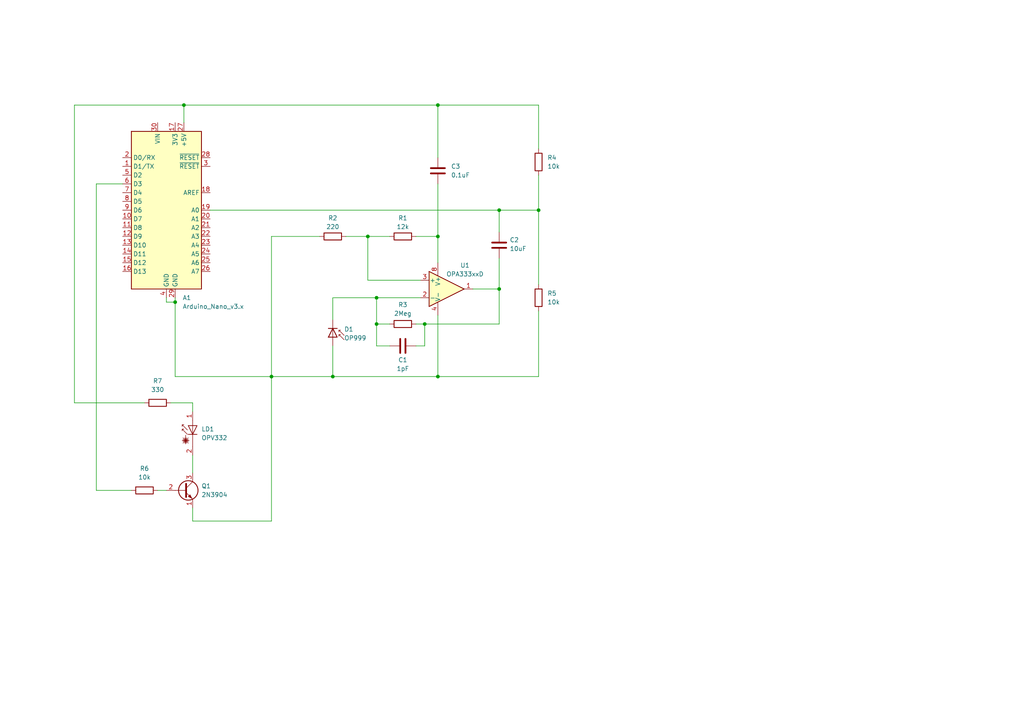
<source format=kicad_sch>
(kicad_sch (version 20250114) (generator "eeschema") (generator_version "9.0")
  (paper "A4")
  (lib_symbols
    (symbol "Amplifier_Operational:OPA333xxD" (pin_names (offset 0.127))
      (property "Reference" "U1" (at 5.334 6.858 0))
      (property "Value" "OPA333xxD" (at 5.334 4.318 0))
      (symbol "OPA333xxD_0_1"
        (polyline (pts (xy -5.08 5.08) (xy 5.08 0) (xy -5.08 -5.08) (xy -5.08 5.08)) (stroke (width 0.254)) (fill (type background)))
      )
      (symbol "OPA333xxD_1_1"
        (pin input line (at -7.62 2.54 0) (length 2.54) (name "+") (number "3"))
        (pin input line (at -7.62 -2.54 0) (length 2.54) (name "-") (number "2"))
        (pin power_in line (at -2.54 7.62 270) (length 3.81) (name "V+") (number "8"))
        (pin no_connect line (at -2.54 2.54 270) (length 2.54) (hide yes) (name "NC") (number "1"))
        (pin power_in line (at -2.54 -7.62 90) (length 3.81) (name "V-") (number "4"))
        (pin no_connect line (at 0 2.54 270) (length 2.54) (hide yes) (name "NC") (number "5"))
        (pin no_connect line (at 0 -2.54 90) (length 2.54) (hide yes) (name "NC") (number "8"))
        (pin output line (at 7.62 0 180) (length 2.54) (name "~") (number "1"))
      )
    )
    (symbol "Device:C" (pin_numbers (hide yes)) (pin_names (offset 0.254))
      (property "Reference" "C" (at 0.635 2.54 0))
      (property "Value" "C" (at 0.635 -2.54 0))
      (symbol "C_0_1"
        (polyline (pts (xy -2.032 0.762) (xy 2.032 0.762)) (stroke (width 0.508)))
        (polyline (pts (xy -2.032 -0.762) (xy 2.032 -0.762)) (stroke (width 0.508)))
      )
      (symbol "C_1_1"
        (pin passive line (at 0 3.81 270) (length 2.794) (name "~") (number "1"))
        (pin passive line (at 0 -3.81 90) (length 2.794) (name "~") (number "2"))
      )
    )
    (symbol "Device:D_Laser_1C2A" (pin_names (offset 1.016) (hide yes))
      (property "Reference" "LD1" (at -1.27 -6.35 0))
      (property "Value" "D_Laser_1C2A" (at -1.27 -3.81 0))
      (symbol "D_Laser_1C2A_0_1"
        (polyline (pts (xy -4.064 2.794) (xy -2.54 1.27)))
        (polyline (pts (xy -4.064 2.286) (xy -2.54 1.778)))
        (polyline (pts (xy -4.064 1.778) (xy -2.54 2.286)))
        (polyline (pts (xy -4.064 1.27) (xy -2.54 2.794)))
        (polyline (pts (xy -3.556 2.794) (xy -3.048 1.27)))
        (polyline (pts (xy -3.302 2.032) (xy -3.302 3.048)))
        (polyline (pts (xy -3.302 2.032) (xy -3.302 1.016)))
        (polyline (pts (xy -3.048 2.794) (xy -3.556 1.27)))
        (polyline (pts (xy -1.778 2.032) (xy -4.318 2.032)))
        (polyline (pts (xy -1.524 1.524) (xy 0 3.048) (xy 0 2.54) (xy 0 3.048) (xy -0.508 3.048)))
        (polyline (pts (xy -1.524 1.27) (xy -1.524 -1.27)) (stroke (width 0.2032)))
        (polyline (pts (xy -0.254 1.524) (xy 1.27 3.048) (xy 1.27 2.54)))
        (polyline (pts (xy 1.016 1.27) (xy 1.016 -1.27) (xy -1.524 0) (xy 1.016 1.27)) (stroke (width 0.2032)))
        (polyline (pts (xy 1.27 3.048) (xy 0.762 3.048)))
        (polyline (pts (xy 2.54 0) (xy -5.08 0)))
      )
      (symbol "D_Laser_1C2A_1_1"
        (pin passive line (at -7.62 0 0) (length 2.54) (name "K") (number "2"))
        (pin passive line (at 5.08 0 180) (length 2.54) (name "A") (number "1"))
      )
    )
    (symbol "Device:D_Photo" (pin_numbers (hide yes)) (pin_names (hide yes))
      (property "Reference" "D" (at 0.508 1.778 0))
      (property "Value" "D_Photo" (at -1.016 -2.794 0))
      (symbol "D_Photo_0_1"
        (polyline (pts (xy -2.54 1.27) (xy -2.54 -1.27)) (stroke (width 0.254)))
        (polyline (pts (xy -2.032 1.778) (xy -1.524 1.778)))
        (polyline (pts (xy -0.508 3.302) (xy -2.032 1.778) (xy -2.032 2.286)))
        (polyline (pts (xy 0 0) (xy -2.54 0)))
        (polyline (pts (xy 0 -1.27) (xy 0 1.27) (xy -2.54 0) (xy 0 -1.27)) (stroke (width 0.254)))
        (polyline (pts (xy 0.762 3.302) (xy -0.762 1.778) (xy -0.762 2.286) (xy -0.762 1.778) (xy -0.254 1.778)))
      )
      (symbol "D_Photo_1_1"
        (pin passive line (at -5.08 0 0) (length 2.54) (name "K") (number "1"))
        (pin passive line (at 2.54 0 180) (length 2.54) (name "A") (number "2"))
      )
    )
    (symbol "Device:R" (pin_numbers (hide yes)) (pin_names (offset 0))
      (property "Reference" "R" (at 2.032 0 90))
      (property "Value" "R" (at 0 0 90))
      (symbol "R_0_1"
        (rectangle (start -1.016 -2.54) (end 1.016 2.54) (stroke (width 0.254)))
      )
      (symbol "R_1_1"
        (pin passive line (at 0 3.81 270) (length 1.27) (name "~") (number "1"))
        (pin passive line (at 0 -3.81 90) (length 1.27) (name "~") (number "2"))
      )
    )
    (symbol "MCU_Module:Arduino_Nano_v3.x"
      (property "Reference" "A" (at -10.16 23.495 0))
      (property "Value" "Arduino_Nano_v3.x" (at 5.08 -24.13 0))
      (symbol "Arduino_Nano_v3.x_0_1"
        (rectangle (start -10.16 22.86) (end 10.16 -22.86) (stroke (width 0.254)) (fill (type background)))
      )
      (symbol "Arduino_Nano_v3.x_1_1"
        (pin bidirectional line (at -12.7 15.24 0) (length 2.54) (name "D0/RX") (number "2"))
        (pin bidirectional line (at -12.7 12.7 0) (length 2.54) (name "D1/TX") (number "1"))
        (pin bidirectional line (at -12.7 10.16 0) (length 2.54) (name "D2") (number "5"))
        (pin bidirectional line (at -12.7 7.62 0) (length 2.54) (name "D3") (number "6"))
        (pin bidirectional line (at -12.7 5.08 0) (length 2.54) (name "D4") (number "7"))
        (pin bidirectional line (at -12.7 2.54 0) (length 2.54) (name "D5") (number "8"))
        (pin bidirectional line (at -12.7 0 0) (length 2.54) (name "D6") (number "9"))
        (pin bidirectional line (at -12.7 -2.54 0) (length 2.54) (name "D7") (number "10"))
        (pin bidirectional line (at -12.7 -5.08 0) (length 2.54) (name "D8") (number "11"))
        (pin bidirectional line (at -12.7 -7.62 0) (length 2.54) (name "D9") (number "12"))
        (pin bidirectional line (at -12.7 -10.16 0) (length 2.54) (name "D10") (number "13"))
        (pin bidirectional line (at -12.7 -12.7 0) (length 2.54) (name "D11") (number "14"))
        (pin bidirectional line (at -12.7 -15.24 0) (length 2.54) (name "D12") (number "15"))
        (pin bidirectional line (at -12.7 -17.78 0) (length 2.54) (name "D13") (number "16"))
        (pin power_in line (at -2.54 25.4 270) (length 2.54) (name "VIN") (number "30"))
        (pin power_in line (at 0 -25.4 90) (length 2.54) (name "GND") (number "4"))
        (pin power_out line (at 2.54 25.4 270) (length 2.54) (name "3V3") (number "17"))
        (pin power_in line (at 2.54 -25.4 90) (length 2.54) (name "GND") (number "29"))
        (pin power_out line (at 5.08 25.4 270) (length 2.54) (name "+5V") (number "27"))
        (pin input line (at 12.7 15.24 180) (length 2.54) (name "~{RESET}") (number "28"))
        (pin input line (at 12.7 12.7 180) (length 2.54) (name "~{RESET}") (number "3"))
        (pin input line (at 12.7 5.08 180) (length 2.54) (name "AREF") (number "18"))
        (pin bidirectional line (at 12.7 0 180) (length 2.54) (name "A0") (number "19"))
        (pin bidirectional line (at 12.7 -2.54 180) (length 2.54) (name "A1") (number "20"))
        (pin bidirectional line (at 12.7 -5.08 180) (length 2.54) (name "A2") (number "21"))
        (pin bidirectional line (at 12.7 -7.62 180) (length 2.54) (name "A3") (number "22"))
        (pin bidirectional line (at 12.7 -10.16 180) (length 2.54) (name "A4") (number "23"))
        (pin bidirectional line (at 12.7 -12.7 180) (length 2.54) (name "A5") (number "24"))
        (pin bidirectional line (at 12.7 -15.24 180) (length 2.54) (name "A6") (number "25"))
        (pin bidirectional line (at 12.7 -17.78 180) (length 2.54) (name "A7") (number "26"))
      )
    )
    (symbol "Transistor_BJT:2N3904" (pin_names (offset 0) (hide yes))
      (property "Reference" "Q" (at 5.08 1.905 0))
      (property "Value" "2N3904" (at 5.08 0 0))
      (symbol "2N3904_0_1"
        (polyline (pts (xy -2.54 0) (xy 0.635 0)))
        (polyline (pts (xy 0.635 1.905) (xy 0.635 -1.905)) (stroke (width 0.508)))
        (circle (center 1.27 0) (radius 2.8194) (stroke (width 0.254)))
      )
      (symbol "2N3904_1_1"
        (polyline (pts (xy 0.635 0.635) (xy 2.54 2.54)))
        (polyline (pts (xy 0.635 -0.635) (xy 2.54 -2.54)))
        (polyline (pts (xy 1.27 -1.778) (xy 1.778 -1.27) (xy 2.286 -2.286) (xy 1.27 -1.778)) (fill (type outline)))
        (pin input line (at -5.08 0 0) (length 2.54) (name "B") (number "2"))
        (pin passive line (at 2.54 5.08 270) (length 2.54) (name "C") (number "3"))
        (pin passive line (at 2.54 -5.08 90) (length 2.54) (name "E") (number "1"))
      )
    )
  )
  (junction (at 109.22 93.98))
  (junction (at 127 109.22))
  (junction (at 53.34 30.48))
  (junction (at 96.52 109.22))
  (junction (at 156.21 60.96))
  (junction (at 123.19 93.98))
  (junction (at 144.78 83.82))
  (junction (at 109.22 86.36))
  (junction (at 106.68 68.58))
  (junction (at 144.78 60.96))
  (junction (at 78.74 109.22))
  (junction (at 127 68.58))
  (junction (at 127 30.48))
  (junction (at 50.8 87.63))
  (wire (pts (xy 123.19 93.98) (xy 144.78 93.98)))
  (wire (pts (xy 120.65 93.98) (xy 123.19 93.98)))
  (wire (pts (xy 48.26 87.63) (xy 50.8 87.63)))
  (wire (pts (xy 55.88 151.13) (xy 78.74 151.13)))
  (wire (pts (xy 127 91.44) (xy 127 109.22)))
  (wire (pts (xy 50.8 109.22) (xy 78.74 109.22)))
  (wire (pts (xy 49.53 116.84) (xy 55.88 116.84)))
  (wire (pts (xy 78.74 68.58) (xy 92.71 68.58)))
  (wire (pts (xy 48.26 86.36) (xy 48.26 87.63)))
  (wire (pts (xy 50.8 87.63) (xy 50.8 109.22)))
  (wire (pts (xy 109.22 86.36) (xy 109.22 93.98)))
  (wire (pts (xy 123.19 100.33) (xy 123.19 93.98)))
  (wire (pts (xy 96.52 86.36) (xy 109.22 86.36)))
  (wire (pts (xy 106.68 68.58) (xy 113.03 68.58)))
  (wire (pts (xy 106.68 68.58) (xy 106.68 81.28)))
  (wire (pts (xy 156.21 30.48) (xy 156.21 43.18)))
  (wire (pts (xy 53.34 30.48) (xy 21.59 30.48)))
  (wire (pts (xy 55.88 132.08) (xy 55.88 137.16)))
  (wire (pts (xy 156.21 50.8) (xy 156.21 60.96)))
  (wire (pts (xy 144.78 74.93) (xy 144.78 83.82)))
  (wire (pts (xy 53.34 35.56) (xy 53.34 30.48)))
  (wire (pts (xy 60.96 60.96) (xy 144.78 60.96)))
  (wire (pts (xy 96.52 100.33) (xy 96.52 109.22)))
  (wire (pts (xy 109.22 93.98) (xy 113.03 93.98)))
  (wire (pts (xy 156.21 109.22) (xy 127 109.22)))
  (wire (pts (xy 120.65 68.58) (xy 127 68.58)))
  (wire (pts (xy 120.65 100.33) (xy 123.19 100.33)))
  (wire (pts (xy 156.21 90.17) (xy 156.21 109.22)))
  (wire (pts (xy 78.74 151.13) (xy 78.74 109.22)))
  (wire (pts (xy 109.22 100.33) (xy 109.22 93.98)))
  (wire (pts (xy 156.21 60.96) (xy 156.21 82.55)))
  (wire (pts (xy 55.88 147.32) (xy 55.88 151.13)))
  (wire (pts (xy 109.22 86.36) (xy 121.92 86.36)))
  (wire (pts (xy 137.16 83.82) (xy 144.78 83.82)))
  (wire (pts (xy 78.74 109.22) (xy 96.52 109.22)))
  (wire (pts (xy 21.59 116.84) (xy 41.91 116.84)))
  (wire (pts (xy 45.72 142.24) (xy 48.26 142.24)))
  (wire (pts (xy 21.59 30.48) (xy 21.59 116.84)))
  (wire (pts (xy 35.56 53.34) (xy 27.94 53.34)))
  (wire (pts (xy 144.78 60.96) (xy 156.21 60.96)))
  (wire (pts (xy 96.52 86.36) (xy 96.52 92.71)))
  (wire (pts (xy 55.88 116.84) (xy 55.88 119.38)))
  (wire (pts (xy 27.94 53.34) (xy 27.94 142.24)))
  (wire (pts (xy 127 30.48) (xy 127 45.72)))
  (wire (pts (xy 78.74 68.58) (xy 78.74 109.22)))
  (wire (pts (xy 106.68 81.28) (xy 121.92 81.28)))
  (wire (pts (xy 144.78 83.82) (xy 144.78 93.98)))
  (wire (pts (xy 127 53.34) (xy 127 68.58)))
  (wire (pts (xy 127 68.58) (xy 127 76.2)))
  (wire (pts (xy 144.78 67.31) (xy 144.78 60.96)))
  (wire (pts (xy 100.33 68.58) (xy 106.68 68.58)))
  (wire (pts (xy 113.03 100.33) (xy 109.22 100.33)))
  (wire (pts (xy 50.8 86.36) (xy 50.8 87.63)))
  (wire (pts (xy 27.94 142.24) (xy 38.1 142.24)))
  (wire (pts (xy 96.52 109.22) (xy 127 109.22)))
  (wire (pts (xy 127 30.48) (xy 156.21 30.48)))
  (wire (pts (xy 53.34 30.48) (xy 127 30.48)))
  (symbol (lib_id "Amplifier_Operational:OPA333xxD") (at 129.54 83.82 0) (unit 1)
    (property "Reference" "U1" (at 134.874 76.962 0))
    (property "Value" "OPA333xxD" (at 134.874 79.502 0))
    (property "Footprint" "Package_SO:SOIC-8_3.9x4.9mm_P1.27mm" (effects (hide yes)))
    (property "Datasheet" "http://www.ti.com/lit/ds/symlink/opa333.pdf" (effects (hide yes)))
    (property "Description" "Single 1.8V, microPower, CMOS Operational Amplifiers, Zero-Drift Series, SOIC-8" (effects (hide yes)))
  )
  (symbol (lib_id "Device:C") (at 127 49.53 0) (unit 1)
    (property "Reference" "C3" (at 130.81 48.2599 0) (effects (justify left)))
    (property "Value" "0.1uF" (at 130.81 50.7999 0) (effects (justify left)))
    (property "Footprint" "Capacitor_THT:C_Disc_D5.0mm_W2.5mm_P5.00mm" (effects (hide yes)))
    (property "Description" "Unpolarized capacitor" (effects (hide yes)))
  )
  (symbol (lib_id "Device:D_Photo") (at 96.52 97.79 270) (unit 1)
    (property "Reference" "D1" (at 99.822 95.504 90) (effects (justify left)))
    (property "Value" "OP999" (at 99.822 98.044 90) (effects (justify left)))
    (property "Footprint" "LED_THT:LED_D5.0mm_Horizontal_O3.81mm_Z3.0mm" (effects (hide yes)))
    (property "Description" "Photodiode" (effects (hide yes)))
    (property "Sim.Device" "I" (effects (hide yes)))
    (property "Sim.Type" "PULSE" (effects (hide yes)))
    (property "Sim.Pins" "1=+ 2=-" (effects (hide yes)))
    (property "Sim.Params" "y1=100nA y2=120nA td=0 tr=0 tf=0 tw=.001 per=.002 np=10" (effects (hide yes)))
  )
  (symbol (lib_id "Transistor_BJT:2N3904") (at 53.34 142.24 0) (unit 1)
    (property "Reference" "Q1" (at 58.42 140.9699 0) (effects (justify left)))
    (property "Value" "2N3904" (at 58.42 143.5099 0) (effects (justify left)))
    (property "Footprint" "Package_TO_SOT_THT:TO-92_Inline" (effects (hide yes)))
    (property "Datasheet" "https://www.onsemi.com/pub/Collateral/2N3903-D.PDF" (effects (hide yes)))
    (property "Description" "0.2A Ic, 40V Vce, Small Signal NPN Transistor, TO-92" (effects (hide yes)))
  )
  (symbol (lib_id "Device:R") (at 96.52 68.58 270) (unit 1)
    (property "Reference" "R2" (at 96.52 63.246 90))
    (property "Value" "220" (at 96.52 65.786 90))
    (property "Footprint" "Resistor_THT:R_Axial_DIN0207_L6.3mm_D2.5mm_P10.16mm_Horizontal" (effects (hide yes)))
    (property "Description" "Resistor" (effects (hide yes)))
  )
  (symbol (lib_id "Device:C") (at 116.84 100.33 270) (unit 1)
    (property "Reference" "C1" (at 116.84 104.394 90))
    (property "Value" "1pF" (at 116.84 106.934 90))
    (property "Footprint" "Capacitor_THT:C_Disc_D5.0mm_W2.5mm_P5.00mm" (effects (hide yes)))
    (property "Description" "Unpolarized capacitor" (effects (hide yes)))
  )
  (symbol (lib_id "Device:R") (at 116.84 68.58 90) (unit 1)
    (property "Reference" "R1" (at 116.84 63.246 90))
    (property "Value" "12k" (at 116.84 65.786 90))
    (property "Footprint" "Resistor_THT:R_Axial_DIN0207_L6.3mm_D2.5mm_P10.16mm_Horizontal" (effects (hide yes)))
    (property "Description" "Resistor" (effects (hide yes)))
  )
  (symbol (lib_id "Device:R") (at 45.72 116.84 90) (unit 1)
    (property "Reference" "R7" (at 45.72 110.49 90))
    (property "Value" "330" (at 45.72 113.03 90))
    (property "Footprint" "Resistor_THT:R_Axial_DIN0207_L6.3mm_D2.5mm_P10.16mm_Horizontal" (effects (hide yes)))
    (property "Description" "Resistor" (effects (hide yes)))
  )
  (symbol (lib_id "Device:D_Laser_1C2A") (at 55.88 124.46 90) (unit 1)
    (property "Reference" "LD1" (at 58.42 124.4599 90) (effects (justify right)))
    (property "Value" "OPV332" (at 58.42 126.9999 90) (effects (justify right)))
    (property "Footprint" "LED_THT:LED_D3.0mm_Horizontal_O3.81mm_Z2.0mm" (effects (hide yes)))
    (property "Description" "Laser diode, cathode on pin 1, anode on pin 2" (effects (hide yes)))
  )
  (symbol (lib_id "Device:R") (at 156.21 86.36 0) (unit 1)
    (property "Reference" "R5" (at 158.75 85.0899 0) (effects (justify left)))
    (property "Value" "10k" (at 158.75 87.6299 0) (effects (justify left)))
    (property "Footprint" "Resistor_THT:R_Axial_DIN0207_L6.3mm_D2.5mm_P10.16mm_Horizontal" (effects (hide yes)))
    (property "Description" "Resistor" (effects (hide yes)))
  )
  (symbol (lib_id "Device:R") (at 116.84 93.98 90) (unit 1)
    (property "Reference" "R3" (at 116.84 88.392 90))
    (property "Value" "2Meg" (at 116.84 90.932 90))
    (property "Footprint" "Resistor_THT:R_Axial_DIN0207_L6.3mm_D2.5mm_P10.16mm_Horizontal" (effects (hide yes)))
    (property "Description" "Resistor" (effects (hide yes)))
  )
  (symbol (lib_id "MCU_Module:Arduino_Nano_v3.x") (at 48.26 60.96 0) (unit 1)
    (property "Reference" "A1" (at 52.9433 86.36 0) (effects (justify left)))
    (property "Value" "Arduino_Nano_v3.x" (at 52.9433 88.9 0) (effects (justify left)))
    (property "Footprint" "Module:Arduino_Nano" (effects (hide yes)))
    (property "Datasheet" "http://www.mouser.com/pdfdocs/Gravitech_Arduino_Nano3_0.pdf" (effects (hide yes)))
    (property "Description" "Arduino Nano v3.x" (effects (hide yes)))
  )
  (symbol (lib_id "Device:R") (at 156.21 46.99 0) (unit 1)
    (property "Reference" "R4" (at 158.75 45.7199 0) (effects (justify left)))
    (property "Value" "10k" (at 158.75 48.2599 0) (effects (justify left)))
    (property "Footprint" "Resistor_THT:R_Axial_DIN0207_L6.3mm_D2.5mm_P10.16mm_Horizontal" (effects (hide yes)))
    (property "Description" "Resistor" (effects (hide yes)))
  )
  (symbol (lib_id "Device:R") (at 41.91 142.24 90) (unit 1)
    (property "Reference" "R6" (at 41.91 135.89 90))
    (property "Value" "10k" (at 41.91 138.43 90))
    (property "Footprint" "Resistor_THT:R_Axial_DIN0207_L6.3mm_D2.5mm_P10.16mm_Horizontal" (effects (hide yes)))
    (property "Description" "Resistor" (effects (hide yes)))
  )
  (symbol (lib_id "Device:C") (at 144.78 71.12 0) (unit 1)
    (property "Reference" "C2" (at 147.828 69.596 0) (effects (justify left)))
    (property "Value" "10uF" (at 147.828 72.136 0) (effects (justify left)))
    (property "Footprint" "Capacitor_THT:C_Disc_D5.0mm_W2.5mm_P5.00mm" (effects (hide yes)))
    (property "Description" "Unpolarized capacitor" (effects (hide yes)))
  )
)
</source>
